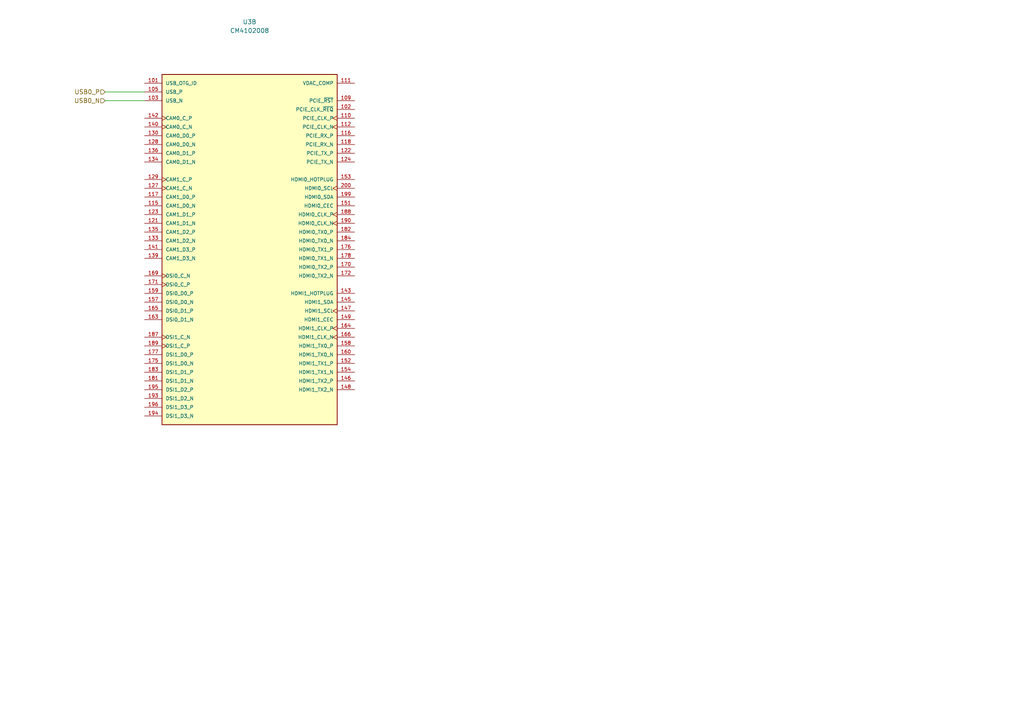
<source format=kicad_sch>
(kicad_sch (version 20230121) (generator eeschema)
  (paper "A4")
  (lib_symbols
    (symbol "Snapeda:CM4102008" (pin_names (offset 1.016))
      (property "Reference" "U3" (at 0 66.04 0))
      (property "Value" "CM4102008" (at 0 63.5 0))
      (symbol "CM4102008_1_0"
        (rectangle (start -25.4 -60.96) (end 25.4 60.96) (stroke (width 0.254)) (fill (type background)))
        (pin power_in line (at 30.48 -58.42 180) (length 5.08) (name "GND") (number "1"))
        (pin bidirectional line (at -30.48 12.7 0) (length 5.08) (name "ETHERNET_PAIR0_N") (number "10"))
        (pin output line (at 30.48 45.72 180) (length 5.08) (name "~{EXTRST}") (number "100"))
        (pin no_connect line (at 30.48 -54.61 180) (length 5.08) (name "RESERVED") (number "104"))
        (pin no_connect line (at 30.48 -54.61 180) (length 5.08) (name "RESERVED") (number "106"))
        (pin power_in line (at 30.48 -58.42 180) (length 5.08) (name "GND") (number "107"))
        (pin power_in line (at 30.48 -58.42 180) (length 5.08) (name "GND") (number "108"))
        (pin bidirectional line (at -30.48 5.08 0) (length 5.08) (name "ETHERNET_PAIR2_P") (number "11"))
        (pin power_in line (at 30.48 -58.42 180) (length 5.08) (name "GND") (number "113"))
        (pin power_in line (at 30.48 -58.42 180) (length 5.08) (name "GND") (number "114"))
        (pin power_in line (at 30.48 -58.42 180) (length 5.08) (name "GND") (number "119"))
        (pin bidirectional line (at -30.48 15.24 0) (length 5.08) (name "ETHERNET_PAIR0_P") (number "12"))
        (pin power_in line (at 30.48 -58.42 180) (length 5.08) (name "GND") (number "120"))
        (pin power_in line (at 30.48 -58.42 180) (length 5.08) (name "GND") (number "125"))
        (pin power_in line (at 30.48 -58.42 180) (length 5.08) (name "GND") (number "126"))
        (pin power_in line (at 30.48 -58.42 180) (length 5.08) (name "GND") (number "13"))
        (pin power_in line (at 30.48 -58.42 180) (length 5.08) (name "GND") (number "131"))
        (pin power_in line (at 30.48 -58.42 180) (length 5.08) (name "GND") (number "132"))
        (pin power_in line (at 30.48 -58.42 180) (length 5.08) (name "GND") (number "137"))
        (pin power_in line (at 30.48 -58.42 180) (length 5.08) (name "GND") (number "138"))
        (pin power_in line (at 30.48 -58.42 180) (length 5.08) (name "GND") (number "14"))
        (pin power_in line (at 30.48 -58.42 180) (length 5.08) (name "GND") (number "144"))
        (pin output line (at -30.48 17.78 0) (length 5.08) (name "ETHERNET_~{LED3}") (number "15"))
        (pin power_in line (at 30.48 -58.42 180) (length 5.08) (name "GND") (number "150"))
        (pin power_in line (at 30.48 -58.42 180) (length 5.08) (name "GND") (number "155"))
        (pin power_in line (at 30.48 -58.42 180) (length 5.08) (name "GND") (number "156"))
        (pin input line (at -30.48 27.94 0) (length 5.08) (name "ETHERNET_SYNC_IN") (number "16"))
        (pin power_in line (at 30.48 -58.42 180) (length 5.08) (name "GND") (number "161"))
        (pin power_in line (at 30.48 -58.42 180) (length 5.08) (name "GND") (number "162"))
        (pin power_in line (at 30.48 -58.42 180) (length 5.08) (name "GND") (number "167"))
        (pin power_in line (at 30.48 -58.42 180) (length 5.08) (name "GND") (number "168"))
        (pin output line (at -30.48 20.32 0) (length 5.08) (name "ETHERNET_~{LED2}") (number "17"))
        (pin power_in line (at 30.48 -58.42 180) (length 5.08) (name "GND") (number "173"))
        (pin power_in line (at 30.48 -58.42 180) (length 5.08) (name "GND") (number "174"))
        (pin power_in line (at 30.48 -58.42 180) (length 5.08) (name "GND") (number "179"))
        (pin output line (at -30.48 25.4 0) (length 5.08) (name "ETHERNET_SYNC_OUT") (number "18"))
        (pin power_in line (at 30.48 -58.42 180) (length 5.08) (name "GND") (number "180"))
        (pin power_in line (at 30.48 -58.42 180) (length 5.08) (name "GND") (number "185"))
        (pin power_in line (at 30.48 -58.42 180) (length 5.08) (name "GND") (number "186"))
        (pin output line (at -30.48 22.86 0) (length 5.08) (name "ETHERNET_~{LED1}") (number "19"))
        (pin power_in line (at 30.48 -58.42 180) (length 5.08) (name "GND") (number "191"))
        (pin power_in line (at 30.48 -58.42 180) (length 5.08) (name "GND") (number "192"))
        (pin power_in line (at 30.48 -58.42 180) (length 5.08) (name "GND") (number "197"))
        (pin power_in line (at 30.48 -58.42 180) (length 5.08) (name "GND") (number "198"))
        (pin power_in line (at 30.48 -58.42 180) (length 5.08) (name "GND") (number "2"))
        (pin bidirectional line (at 30.48 33.02 180) (length 5.08) (name "EEPROM_~{WP}") (number "20"))
        (pin bidirectional line (at 30.48 40.64 180) (length 5.08) (name "PI_~{LED}_ACTIVITY") (number "21"))
        (pin power_in line (at 30.48 -58.42 180) (length 5.08) (name "GND") (number "22"))
        (pin power_in line (at 30.48 -58.42 180) (length 5.08) (name "GND") (number "23"))
        (pin bidirectional line (at 30.48 -33.02 180) (length 5.08) (name "GPIO26") (number "24"))
        (pin bidirectional line (at 30.48 -20.32 180) (length 5.08) (name "GPIO21") (number "25"))
        (pin bidirectional line (at 30.48 -15.24 180) (length 5.08) (name "GPIO19") (number "26"))
        (pin bidirectional line (at 30.48 -17.78 180) (length 5.08) (name "GPIO20") (number "27"))
        (pin bidirectional line (at 30.48 0 180) (length 5.08) (name "GPIO13") (number "28"))
        (pin bidirectional line (at 30.48 -7.62 180) (length 5.08) (name "GPIO16") (number "29"))
        (pin bidirectional line (at -30.48 0 0) (length 5.08) (name "ETHERNET_PAIR3_P") (number "3"))
        (pin bidirectional line (at 30.48 17.78 180) (length 5.08) (name "GPIO6") (number "30"))
        (pin bidirectional line (at 30.48 2.54 180) (length 5.08) (name "GPIO12") (number "31"))
        (pin power_in line (at 30.48 -58.42 180) (length 5.08) (name "GND") (number "32"))
        (pin power_in line (at 30.48 -58.42 180) (length 5.08) (name "GND") (number "33"))
        (pin bidirectional line (at 30.48 20.32 180) (length 5.08) (name "GPIO5") (number "34"))
        (pin bidirectional line (at 30.48 -40.64 180) (length 5.08) (name "ID_SC") (number "35"))
        (pin bidirectional line (at 30.48 -43.18 180) (length 5.08) (name "ID_SD") (number "36"))
        (pin bidirectional line (at 30.48 15.24 180) (length 5.08) (name "GPIO7") (number "37"))
        (pin bidirectional line (at 30.48 5.08 180) (length 5.08) (name "GPIO11") (number "38"))
        (pin bidirectional line (at 30.48 12.7 180) (length 5.08) (name "GPIO8") (number "39"))
        (pin bidirectional line (at -30.48 10.16 0) (length 5.08) (name "ETHERNET_PAIR1_P") (number "4"))
        (pin bidirectional line (at 30.48 10.16 180) (length 5.08) (name "GPIO9") (number "40"))
        (pin bidirectional line (at 30.48 -30.48 180) (length 5.08) (name "GPIO25") (number "41"))
        (pin power_in line (at 30.48 -58.42 180) (length 5.08) (name "GND") (number "42"))
        (pin power_in line (at 30.48 -58.42 180) (length 5.08) (name "GND") (number "43"))
        (pin bidirectional line (at 30.48 7.62 180) (length 5.08) (name "GPIO10") (number "44"))
        (pin bidirectional line (at 30.48 -27.94 180) (length 5.08) (name "GPIO24") (number "45"))
        (pin bidirectional line (at 30.48 -22.86 180) (length 5.08) (name "GPIO22") (number "46"))
        (pin bidirectional line (at 30.48 -25.4 180) (length 5.08) (name "GPIO23") (number "47"))
        (pin bidirectional line (at 30.48 -35.56 180) (length 5.08) (name "GPIO27") (number "48"))
        (pin bidirectional line (at 30.48 -12.7 180) (length 5.08) (name "GPIO18") (number "49"))
        (pin bidirectional line (at -30.48 -2.54 0) (length 5.08) (name "ETHERNET_PAIR3_N") (number "5"))
        (pin bidirectional line (at 30.48 -10.16 180) (length 5.08) (name "GPIO17") (number "50"))
        (pin bidirectional line (at 30.48 -5.08 180) (length 5.08) (name "GPIO15") (number "51"))
        (pin power_in line (at 30.48 -58.42 180) (length 5.08) (name "GND") (number "52"))
        (pin power_in line (at 30.48 -58.42 180) (length 5.08) (name "GND") (number "53"))
        (pin bidirectional line (at 30.48 22.86 180) (length 5.08) (name "GPIO4") (number "54"))
        (pin bidirectional line (at 30.48 -2.54 180) (length 5.08) (name "GPIO14") (number "55"))
        (pin bidirectional line (at 30.48 25.4 180) (length 5.08) (name "GPIO3") (number "56"))
        (pin bidirectional clock (at -30.48 -15.24 0) (length 5.08) (name "SD_CLK") (number "57"))
        (pin bidirectional line (at 30.48 27.94 180) (length 5.08) (name "GPIO2") (number "58"))
        (pin power_in line (at 30.48 -58.42 180) (length 5.08) (name "GND") (number "59"))
        (pin bidirectional line (at -30.48 7.62 0) (length 5.08) (name "ETHERNET_PAIR1_N") (number "6"))
        (pin power_in line (at 30.48 -58.42 180) (length 5.08) (name "GND") (number "60"))
        (pin bidirectional line (at -30.48 -27.94 0) (length 5.08) (name "SD_DAT3") (number "61"))
        (pin input line (at -30.48 -17.78 0) (length 5.08) (name "SD_CMD") (number "62"))
        (pin bidirectional line (at -30.48 -20.32 0) (length 5.08) (name "SD_DAT0") (number "63"))
        (pin bidirectional line (at -30.48 -33.02 0) (length 5.08) (name "SD_DAT5") (number "64"))
        (pin power_in line (at 30.48 -58.42 180) (length 5.08) (name "GND") (number "65"))
        (pin power_in line (at 30.48 -58.42 180) (length 5.08) (name "GND") (number "66"))
        (pin bidirectional line (at -30.48 -22.86 0) (length 5.08) (name "SD_DAT1") (number "67"))
        (pin bidirectional line (at -30.48 -30.48 0) (length 5.08) (name "SD_DAT4") (number "68"))
        (pin bidirectional line (at -30.48 -25.4 0) (length 5.08) (name "SD_DAT2") (number "69"))
        (pin power_in line (at 30.48 -58.42 180) (length 5.08) (name "GND") (number "7"))
        (pin bidirectional line (at -30.48 -38.1 0) (length 5.08) (name "SD_DAT7") (number "70"))
        (pin power_in line (at 30.48 -58.42 180) (length 5.08) (name "GND") (number "71"))
        (pin bidirectional line (at -30.48 -35.56 0) (length 5.08) (name "SD_DAT6") (number "72"))
        (pin input line (at -30.48 -12.7 0) (length 5.08) (name "SD_VDD_OVERRIDE") (number "73"))
        (pin power_in line (at 30.48 -58.42 180) (length 5.08) (name "GND") (number "74"))
        (pin output line (at -30.48 -10.16 0) (length 5.08) (name "SD_PWR_ON") (number "75"))
        (pin free line (at -30.48 -5.08 0) (length 5.08) (name "RESERVED") (number "76"))
        (pin power_in line (at 30.48 58.42 180) (length 5.08) (name "+5V(INPUT)") (number "77"))
        (pin power_in line (at 30.48 50.8 180) (length 5.08) (name "GPIO_VREF") (number "78"))
        (pin power_in line (at 30.48 58.42 180) (length 5.08) (name "+5V(INPUT)") (number "79"))
        (pin power_in line (at 30.48 -58.42 180) (length 5.08) (name "GND") (number "8"))
        (pin input clock (at -30.48 -43.18 0) (length 5.08) (name "SCL0") (number "80"))
        (pin power_in line (at 30.48 58.42 180) (length 5.08) (name "+5V(INPUT)") (number "81"))
        (pin bidirectional line (at -30.48 -45.72 0) (length 5.08) (name "SDA0") (number "82"))
        (pin power_in line (at 30.48 58.42 180) (length 5.08) (name "+5V(INPUT)") (number "83"))
        (pin power_in line (at 30.48 55.88 180) (length 5.08) (name "CM4_3.3V(OUTPUT)") (number "84"))
        (pin power_in line (at 30.48 58.42 180) (length 5.08) (name "+5V(INPUT)") (number "85"))
        (pin power_in line (at 30.48 55.88 180) (length 5.08) (name "CM4_3.3V(OUTPUT)") (number "86"))
        (pin power_in line (at 30.48 58.42 180) (length 5.08) (name "+5V(INPUT)") (number "87"))
        (pin power_in line (at 30.48 53.34 180) (length 5.08) (name "CM4_1.8V(OUTPUT)") (number "88"))
        (pin input line (at -30.48 43.18 0) (length 5.08) (name "WL_~{DISABLE}") (number "89"))
        (pin bidirectional line (at -30.48 2.54 0) (length 5.08) (name "ETHERNET_PAIR2_N") (number "9"))
        (pin power_in line (at 30.48 53.34 180) (length 5.08) (name "CM4_1.8V(OUTPUT)") (number "90"))
        (pin input line (at -30.48 40.64 0) (length 5.08) (name "BT_~{DISABLE}") (number "91"))
        (pin bidirectional line (at -30.48 33.02 0) (length 5.08) (name "RUN_PG") (number "92"))
        (pin input line (at -30.48 45.72 0) (length 5.08) (name "~{RPIBOOT}") (number "93"))
        (pin input line (at -30.48 53.34 0) (length 5.08) (name "ANALOGIP1") (number "94"))
        (pin output line (at 30.48 38.1 180) (length 5.08) (name "PI_LED_~{PWR}") (number "95"))
        (pin input line (at -30.48 55.88 0) (length 5.08) (name "ANALOGIP0") (number "96"))
        (pin bidirectional line (at -30.48 35.56 0) (length 5.08) (name "CAMERA_GPIO") (number "97"))
        (pin power_in line (at 30.48 -58.42 180) (length 5.08) (name "GND") (number "98"))
        (pin input line (at -30.48 48.26 0) (length 5.08) (name "GLOBAL_EN") (number "99"))
        (pin passive line (at -30.48 -50.8 0) (length 5.08) (name "MOUNTING_PADS") (number "SH1"))
        (pin passive line (at -30.48 -53.34 0) (length 5.08) (name "MOUNTING_PADS") (number "SH2"))
        (pin passive line (at -30.48 -55.88 0) (length 5.08) (name "MOUNTING_PADS") (number "SH3"))
        (pin passive line (at -30.48 -58.42 0) (length 5.08) (name "MOUNTING_PADS") (number "SH4"))
      )
      (symbol "CM4102008_2_0"
        (rectangle (start -25.4 -50.8) (end 25.4 50.8) (stroke (width 0.254)) (fill (type background)))
        (pin input line (at -30.48 48.26 0) (length 5.08) (name "USB_OTG_ID") (number "101"))
        (pin input line (at 30.48 40.64 180) (length 5.08) (name "PCIE_CLK_~{REQ}") (number "102"))
        (pin bidirectional line (at -30.48 43.18 0) (length 5.08) (name "USB_N") (number "103"))
        (pin bidirectional line (at -30.48 45.72 0) (length 5.08) (name "USB_P") (number "105"))
        (pin output line (at 30.48 43.18 180) (length 5.08) (name "PCIE_~{RST}") (number "109"))
        (pin output clock (at 30.48 38.1 180) (length 5.08) (name "PCIE_CLK_P") (number "110"))
        (pin output line (at 30.48 48.26 180) (length 5.08) (name "VDAC_COMP") (number "111"))
        (pin output clock (at 30.48 35.56 180) (length 5.08) (name "PCIE_CLK_N") (number "112"))
        (pin input line (at -30.48 12.7 0) (length 5.08) (name "CAM1_D0_N") (number "115"))
        (pin input line (at 30.48 33.02 180) (length 5.08) (name "PCIE_RX_P") (number "116"))
        (pin input line (at -30.48 15.24 0) (length 5.08) (name "CAM1_D0_P") (number "117"))
        (pin input line (at 30.48 30.48 180) (length 5.08) (name "PCIE_RX_N") (number "118"))
        (pin input line (at -30.48 7.62 0) (length 5.08) (name "CAM1_D1_N") (number "121"))
        (pin output line (at 30.48 27.94 180) (length 5.08) (name "PCIE_TX_P") (number "122"))
        (pin input line (at -30.48 10.16 0) (length 5.08) (name "CAM1_D1_P") (number "123"))
        (pin output line (at 30.48 25.4 180) (length 5.08) (name "PCIE_TX_N") (number "124"))
        (pin input clock (at -30.48 17.78 0) (length 5.08) (name "CAM1_C_N") (number "127"))
        (pin input line (at -30.48 30.48 0) (length 5.08) (name "CAM0_D0_N") (number "128"))
        (pin input clock (at -30.48 20.32 0) (length 5.08) (name "CAM1_C_P") (number "129"))
        (pin input line (at -30.48 33.02 0) (length 5.08) (name "CAM0_D0_P") (number "130"))
        (pin input line (at -30.48 2.54 0) (length 5.08) (name "CAM1_D2_N") (number "133"))
        (pin input line (at -30.48 25.4 0) (length 5.08) (name "CAM0_D1_N") (number "134"))
        (pin input line (at -30.48 5.08 0) (length 5.08) (name "CAM1_D2_P") (number "135"))
        (pin input line (at -30.48 27.94 0) (length 5.08) (name "CAM0_D1_P") (number "136"))
        (pin input line (at -30.48 -2.54 0) (length 5.08) (name "CAM1_D3_N") (number "139"))
        (pin input clock (at -30.48 35.56 0) (length 5.08) (name "CAM0_C_N") (number "140"))
        (pin input line (at -30.48 0 0) (length 5.08) (name "CAM1_D3_P") (number "141"))
        (pin input clock (at -30.48 38.1 0) (length 5.08) (name "CAM0_C_P") (number "142"))
        (pin input line (at 30.48 -12.7 180) (length 5.08) (name "HDMI1_HOTPLUG") (number "143"))
        (pin bidirectional line (at 30.48 -15.24 180) (length 5.08) (name "HDMI1_SDA") (number "145"))
        (pin output line (at 30.48 -38.1 180) (length 5.08) (name "HDMI1_TX2_P") (number "146"))
        (pin bidirectional clock (at 30.48 -17.78 180) (length 5.08) (name "HDMI1_SCL") (number "147"))
        (pin output line (at 30.48 -40.64 180) (length 5.08) (name "HDMI1_TX2_N") (number "148"))
        (pin input line (at 30.48 -20.32 180) (length 5.08) (name "HDMI1_CEC") (number "149"))
        (pin input line (at 30.48 12.7 180) (length 5.08) (name "HDMI0_CEC") (number "151"))
        (pin output line (at 30.48 -33.02 180) (length 5.08) (name "HDMI1_TX1_P") (number "152"))
        (pin input line (at 30.48 20.32 180) (length 5.08) (name "HDMI0_HOTPLUG") (number "153"))
        (pin output line (at 30.48 -35.56 180) (length 5.08) (name "HDMI1_TX1_N") (number "154"))
        (pin output line (at -30.48 -15.24 0) (length 5.08) (name "DSI0_D0_N") (number "157"))
        (pin output line (at 30.48 -27.94 180) (length 5.08) (name "HDMI1_TX0_P") (number "158"))
        (pin output line (at -30.48 -12.7 0) (length 5.08) (name "DSI0_D0_P") (number "159"))
        (pin output line (at 30.48 -30.48 180) (length 5.08) (name "HDMI1_TX0_N") (number "160"))
        (pin output line (at -30.48 -20.32 0) (length 5.08) (name "DSI0_D1_N") (number "163"))
        (pin output clock (at 30.48 -22.86 180) (length 5.08) (name "HDMI1_CLK_P") (number "164"))
        (pin output line (at -30.48 -17.78 0) (length 5.08) (name "DSI0_D1_P") (number "165"))
        (pin output clock (at 30.48 -25.4 180) (length 5.08) (name "HDMI1_CLK_N") (number "166"))
        (pin output clock (at -30.48 -7.62 0) (length 5.08) (name "DSI0_C_N") (number "169"))
        (pin output line (at 30.48 -5.08 180) (length 5.08) (name "HDMI0_TX2_P") (number "170"))
        (pin output clock (at -30.48 -10.16 0) (length 5.08) (name "DSI0_C_P") (number "171"))
        (pin output line (at 30.48 -7.62 180) (length 5.08) (name "HDMI0_TX2_N") (number "172"))
        (pin output line (at -30.48 -33.02 0) (length 5.08) (name "DSI1_D0_N") (number "175"))
        (pin output line (at 30.48 0 180) (length 5.08) (name "HDMI0_TX1_P") (number "176"))
        (pin output line (at -30.48 -30.48 0) (length 5.08) (name "DSI1_D0_P") (number "177"))
        (pin output line (at 30.48 -2.54 180) (length 5.08) (name "HDMI0_TX1_N") (number "178"))
        (pin output line (at -30.48 -38.1 0) (length 5.08) (name "DSI1_D1_N") (number "181"))
        (pin output line (at 30.48 5.08 180) (length 5.08) (name "HDMI0_TX0_P") (number "182"))
        (pin output line (at -30.48 -35.56 0) (length 5.08) (name "DSI1_D1_P") (number "183"))
        (pin output line (at 30.48 2.54 180) (length 5.08) (name "HDMI0_TX0_N") (number "184"))
        (pin output clock (at -30.48 -25.4 0) (length 5.08) (name "DSI1_C_N") (number "187"))
        (pin output clock (at 30.48 10.16 180) (length 5.08) (name "HDMI0_CLK_P") (number "188"))
        (pin output clock (at -30.48 -27.94 0) (length 5.08) (name "DSI1_C_P") (number "189"))
        (pin output clock (at 30.48 7.62 180) (length 5.08) (name "HDMI0_CLK_N") (number "190"))
        (pin output line (at -30.48 -43.18 0) (length 5.08) (name "DSI1_D2_N") (number "193"))
        (pin output line (at -30.48 -48.26 0) (length 5.08) (name "DSI1_D3_N") (number "194"))
        (pin output line (at -30.48 -40.64 0) (length 5.08) (name "DSI1_D2_P") (number "195"))
        (pin output line (at -30.48 -45.72 0) (length 5.08) (name "DSI1_D3_P") (number "196"))
        (pin bidirectional line (at 30.48 15.24 180) (length 5.08) (name "HDMI0_SDA") (number "199"))
        (pin bidirectional clock (at 30.48 17.78 180) (length 5.08) (name "HDMI0_SCL") (number "200"))
      )
    )
  )
  (wire (pts (xy 30.48 29.21) (xy 41.91 29.21)))
  (wire (pts (xy 30.48 26.67) (xy 41.91 26.67)))
  (hierarchical_label "USB0_P" (shape input) (at 30.48 26.67 180))
  (hierarchical_label "USB0_N" (shape input) (at 30.48 29.21 180))
  (symbol (lib_id "Snapeda:CM4102008") (at 72.39 72.39 0) (unit 2)
    (property "Reference" "U3" (at 72.39 6.35 0))
    (property "Value" "CM4102008" (at 72.39 8.89 0))
    (property "Footprint" "Snapeda:CM4102008_MODULE_CM4102008" (effects hide))
    (property "MF" "Raspberry Pi" (effects hide))
    (property "MAXIMUM_PACKAGE_HEIGHT" "5.188 mm" (effects hide))
    (property "Package" "None" (effects hide))
    (property "Price" "None" (effects hide))
    (property "Check_prices" "https://www.snapeda.com/parts/CM4102008/Raspberry+Pi/view-part/?ref=eda" (effects hide))
    (property "STANDARD" "Manufacturer Recommendations" (effects hide))
    (property "PARTREV" "2021-10-12" (effects hide))
    (property "SnapEDA_Link" "https://www.snapeda.com/parts/CM4102008/Raspberry+Pi/view-part/?ref=snap" (effects hide))
    (property "MP" "CM4102008" (effects hide))
    (property "Description" "\nRaspberry Pi Compute Module 4 with WiFi 2GB RAM 8GB Flash | Raspberry Pi CM4102008\n" (effects hide))
    (property "Availability" "In Stock" (effects hide))
    (property "MANUFACTURER" "Raspberry Pi" (effects hide))
  )
)
</source>
